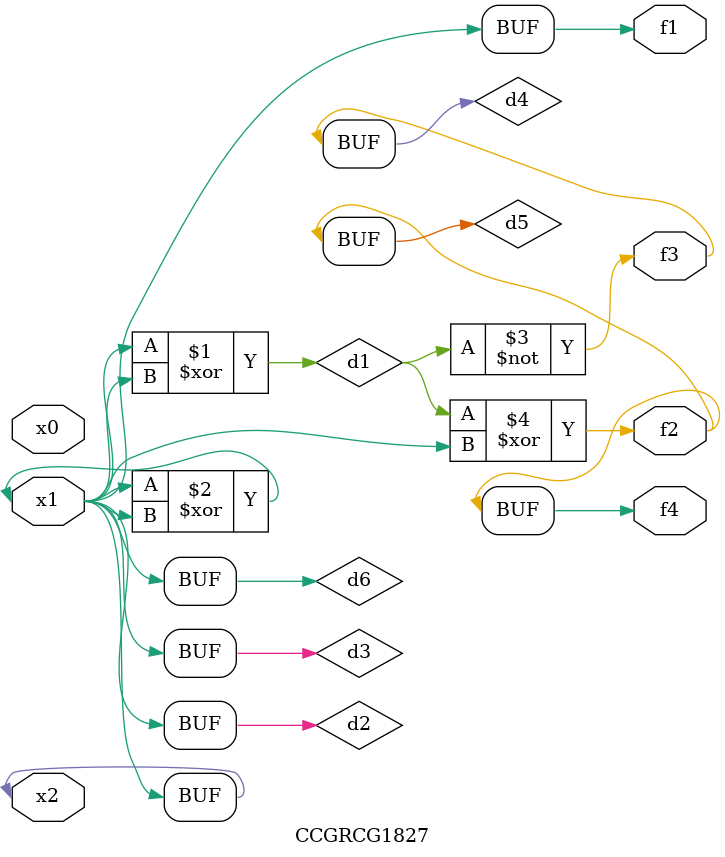
<source format=v>
module CCGRCG1827(
	input x0, x1, x2,
	output f1, f2, f3, f4
);

	wire d1, d2, d3, d4, d5, d6;

	xor (d1, x1, x2);
	buf (d2, x1, x2);
	xor (d3, x1, x2);
	nor (d4, d1);
	xor (d5, d1, d2);
	buf (d6, d2, d3);
	assign f1 = d6;
	assign f2 = d5;
	assign f3 = d4;
	assign f4 = d5;
endmodule

</source>
